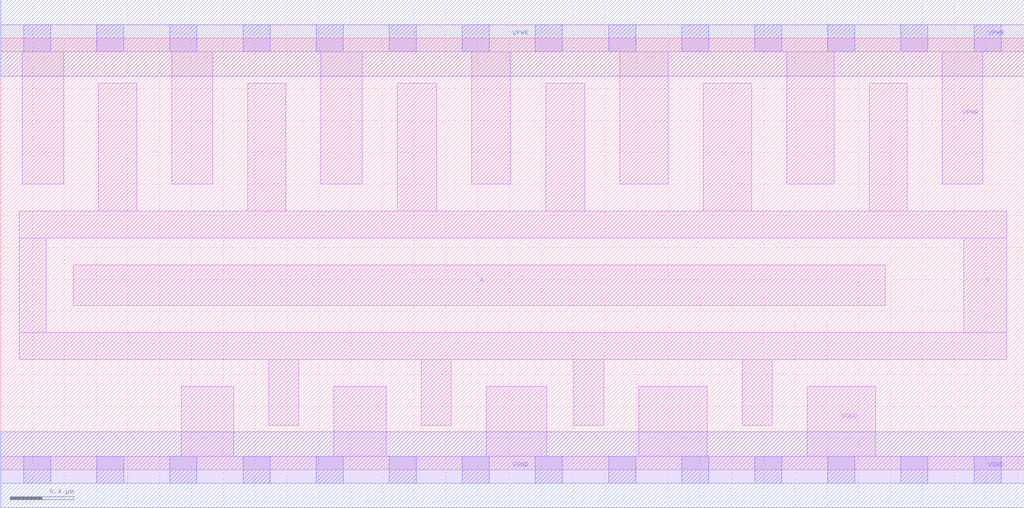
<source format=lef>
# Copyright 2020 The SkyWater PDK Authors
#
# Licensed under the Apache License, Version 2.0 (the "License");
# you may not use this file except in compliance with the License.
# You may obtain a copy of the License at
#
#     https://www.apache.org/licenses/LICENSE-2.0
#
# Unless required by applicable law or agreed to in writing, software
# distributed under the License is distributed on an "AS IS" BASIS,
# WITHOUT WARRANTIES OR CONDITIONS OF ANY KIND, either express or implied.
# See the License for the specific language governing permissions and
# limitations under the License.
#
# SPDX-License-Identifier: Apache-2.0

VERSION 5.7 ;
  NAMESCASESENSITIVE ON ;
  NOWIREEXTENSIONATPIN ON ;
  DIVIDERCHAR "/" ;
  BUSBITCHARS "[]" ;
UNITS
  DATABASE MICRONS 200 ;
END UNITS
PROPERTYDEFINITIONS
  MACRO maskLayoutSubType STRING ;
  MACRO prCellType STRING ;
  MACRO originalViewName STRING ;
END PROPERTYDEFINITIONS
MACRO sky130_fd_sc_hdll__clkinv_8
  CLASS CORE ;
  FOREIGN sky130_fd_sc_hdll__clkinv_8 ;
  ORIGIN  0.000000  0.000000 ;
  SIZE  6.440000 BY  2.720000 ;
  SYMMETRY X Y R90 ;
  SITE unithd ;
  PIN A
    ANTENNAGATEAREA  2.664000 ;
    DIRECTION INPUT ;
    USE SIGNAL ;
    PORT
      LAYER li1 ;
        RECT 0.455000 1.035000 5.565000 1.290000 ;
    END
  END A
  PIN VGND
    ANTENNADIFFAREA  0.701400 ;
    DIRECTION INOUT ;
    USE SIGNAL ;
    PORT
      LAYER li1 ;
        RECT 0.000000 -0.085000 6.440000 0.085000 ;
        RECT 1.135000  0.085000 1.465000 0.525000 ;
        RECT 2.095000  0.085000 2.425000 0.525000 ;
        RECT 3.055000  0.085000 3.435000 0.525000 ;
        RECT 4.015000  0.085000 4.445000 0.525000 ;
        RECT 5.075000  0.085000 5.505000 0.525000 ;
      LAYER mcon ;
        RECT 0.145000 -0.085000 0.315000 0.085000 ;
        RECT 0.605000 -0.085000 0.775000 0.085000 ;
        RECT 1.065000 -0.085000 1.235000 0.085000 ;
        RECT 1.525000 -0.085000 1.695000 0.085000 ;
        RECT 1.985000 -0.085000 2.155000 0.085000 ;
        RECT 2.445000 -0.085000 2.615000 0.085000 ;
        RECT 2.905000 -0.085000 3.075000 0.085000 ;
        RECT 3.365000 -0.085000 3.535000 0.085000 ;
        RECT 3.825000 -0.085000 3.995000 0.085000 ;
        RECT 4.285000 -0.085000 4.455000 0.085000 ;
        RECT 4.745000 -0.085000 4.915000 0.085000 ;
        RECT 5.205000 -0.085000 5.375000 0.085000 ;
        RECT 5.665000 -0.085000 5.835000 0.085000 ;
        RECT 6.125000 -0.085000 6.295000 0.085000 ;
      LAYER met1 ;
        RECT 0.000000 -0.240000 6.440000 0.240000 ;
    END
  END VGND
  PIN VPWR
    ANTENNADIFFAREA  2.095000 ;
    DIRECTION INOUT ;
    USE SIGNAL ;
    PORT
      LAYER li1 ;
        RECT 0.000000 2.635000 6.440000 2.805000 ;
        RECT 0.135000 1.800000 0.395000 2.635000 ;
        RECT 1.075000 1.800000 1.335000 2.635000 ;
        RECT 2.015000 1.800000 2.275000 2.635000 ;
        RECT 2.965000 1.800000 3.210000 2.635000 ;
        RECT 3.895000 1.800000 4.200000 2.635000 ;
        RECT 4.945000 1.800000 5.245000 2.635000 ;
        RECT 5.925000 1.800000 6.180000 2.635000 ;
      LAYER mcon ;
        RECT 0.145000 2.635000 0.315000 2.805000 ;
        RECT 0.605000 2.635000 0.775000 2.805000 ;
        RECT 1.065000 2.635000 1.235000 2.805000 ;
        RECT 1.525000 2.635000 1.695000 2.805000 ;
        RECT 1.985000 2.635000 2.155000 2.805000 ;
        RECT 2.445000 2.635000 2.615000 2.805000 ;
        RECT 2.905000 2.635000 3.075000 2.805000 ;
        RECT 3.365000 2.635000 3.535000 2.805000 ;
        RECT 3.825000 2.635000 3.995000 2.805000 ;
        RECT 4.285000 2.635000 4.455000 2.805000 ;
        RECT 4.745000 2.635000 4.915000 2.805000 ;
        RECT 5.205000 2.635000 5.375000 2.805000 ;
        RECT 5.665000 2.635000 5.835000 2.805000 ;
        RECT 6.125000 2.635000 6.295000 2.805000 ;
      LAYER met1 ;
        RECT 0.000000 2.480000 6.440000 2.960000 ;
    END
  END VPWR
  PIN Y
    ANTENNADIFFAREA  2.386400 ;
    DIRECTION OUTPUT ;
    USE SIGNAL ;
    PORT
      LAYER li1 ;
        RECT 0.115000 0.695000 6.330000 0.865000 ;
        RECT 0.115000 0.865000 0.285000 1.460000 ;
        RECT 0.115000 1.460000 6.330000 1.630000 ;
        RECT 0.615000 1.630000 0.855000 2.435000 ;
        RECT 1.555000 1.630000 1.795000 2.435000 ;
        RECT 1.685000 0.280000 1.875000 0.695000 ;
        RECT 2.495000 1.630000 2.745000 2.435000 ;
        RECT 2.645000 0.280000 2.835000 0.695000 ;
        RECT 3.430000 1.630000 3.675000 2.435000 ;
        RECT 3.605000 0.280000 3.795000 0.695000 ;
        RECT 4.420000 1.630000 4.725000 2.435000 ;
        RECT 4.665000 0.280000 4.855000 0.695000 ;
        RECT 5.465000 1.630000 5.705000 2.435000 ;
        RECT 6.060000 0.865000 6.330000 1.460000 ;
    END
  END Y
  PROPERTY maskLayoutSubType "abstract" ;
  PROPERTY prCellType "standard" ;
  PROPERTY originalViewName "layout" ;
END sky130_fd_sc_hdll__clkinv_8

</source>
